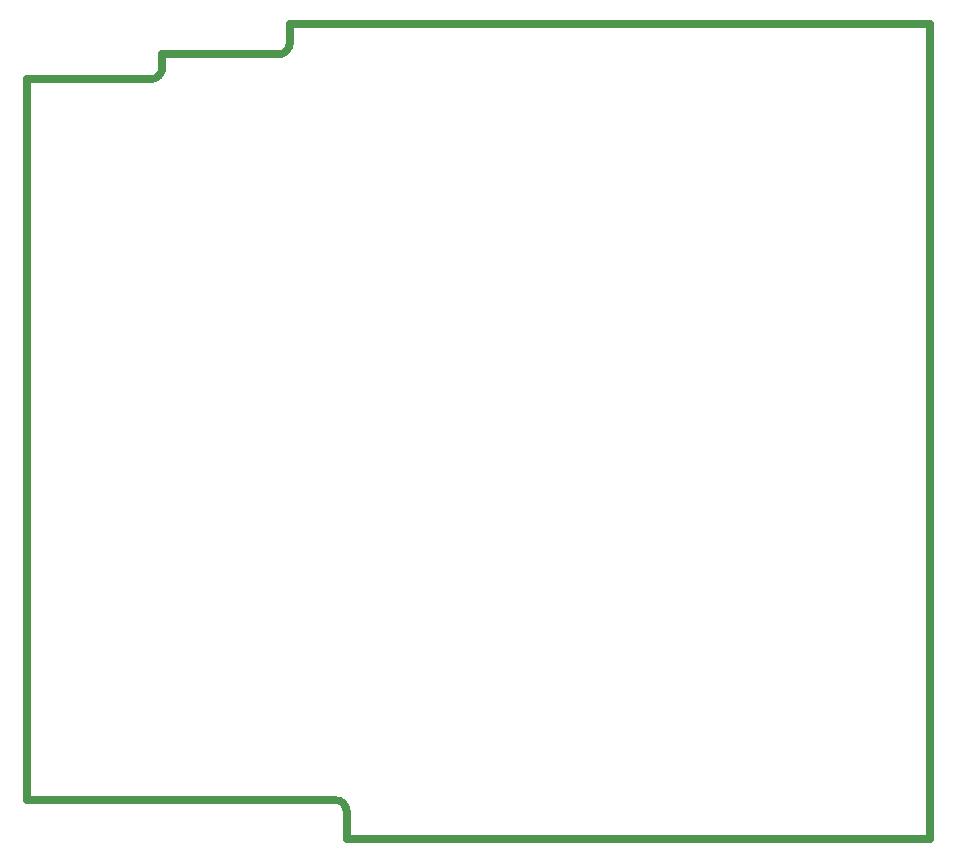
<source format=gm1>
%FSLAX25Y25*%
%MOIN*%
G70*
G01*
G75*
G04 Layer_Color=16711935*
%ADD10R,0.03740X0.03937*%
%ADD11R,0.03937X0.03543*%
%ADD12R,0.03937X0.03740*%
%ADD13R,0.05906X0.01772*%
%ADD14R,0.03347X0.01772*%
%ADD15R,0.03347X0.01181*%
%ADD16R,0.02362X0.06102*%
%ADD17R,0.03543X0.03937*%
%ADD18R,0.03543X0.04331*%
%ADD19R,0.01575X0.03543*%
%ADD20R,0.07874X0.02362*%
%ADD21R,0.07087X0.04921*%
%ADD22R,0.03543X0.01575*%
%ADD23O,0.04331X0.01378*%
%ADD24O,0.01378X0.04331*%
%ADD25R,0.16535X0.16535*%
%ADD26R,0.04134X0.02559*%
%ADD27R,0.01181X0.05906*%
%ADD28R,0.05906X0.01181*%
%ADD29C,0.03937*%
%ADD30O,0.03347X0.01181*%
%ADD31O,0.01181X0.03347*%
%ADD32R,0.25000X0.25000*%
%ADD33R,0.08661X0.06102*%
%ADD34R,0.07008X0.14016*%
%ADD35R,0.05906X0.02165*%
%ADD36R,0.02165X0.05906*%
%ADD37C,0.02520*%
%ADD38R,0.09843X0.06890*%
%ADD39R,0.01181X0.03347*%
%ADD40R,0.08465X0.03740*%
%ADD41R,0.08465X0.12795*%
%ADD42R,0.04921X0.07087*%
%ADD43R,0.05512X0.04134*%
%ADD44R,0.06102X0.02362*%
%ADD45P,0.05568X4X360.0*%
%ADD46P,0.05568X4X270.0*%
%ADD47R,0.01772X0.05906*%
%ADD48C,0.00600*%
%ADD49C,0.01000*%
%ADD50C,0.01200*%
%ADD51C,0.00800*%
%ADD52C,0.03000*%
%ADD53C,0.01500*%
%ADD54C,0.02000*%
%ADD55C,0.00820*%
%ADD56C,0.04000*%
%ADD57C,0.02400*%
%ADD58C,0.00500*%
%ADD59C,0.06693*%
%ADD60C,0.09449*%
%ADD61C,0.07480*%
%ADD62C,0.17716*%
%ADD63C,0.22835*%
%ADD64C,0.02400*%
%ADD65R,0.08000X0.32000*%
%ADD66R,0.08000X0.08000*%
%ADD67C,0.05137*%
%ADD68C,0.07893*%
%ADD69C,0.05924*%
%ADD70C,0.11830*%
%ADD71C,0.06318*%
%ADD72C,0.02200*%
%ADD73R,0.08000X0.24000*%
%ADD74R,0.08000X0.16000*%
G04:AMPARAMS|DCode=75|XSize=99.37mil|YSize=99.37mil|CornerRadius=0mil|HoleSize=0mil|Usage=FLASHONLY|Rotation=0.000|XOffset=0mil|YOffset=0mil|HoleType=Round|Shape=Relief|Width=30mil|Gap=10mil|Entries=4|*
%AMTHD75*
7,0,0,0.09937,0.07937,0.03000,45*
%
%ADD75THD75*%
%ADD76C,0.02600*%
G04:AMPARAMS|DCode=77|XSize=126.929mil|YSize=126.929mil|CornerRadius=0mil|HoleSize=0mil|Usage=FLASHONLY|Rotation=0.000|XOffset=0mil|YOffset=0mil|HoleType=Round|Shape=Relief|Width=30mil|Gap=10mil|Entries=4|*
%AMTHD77*
7,0,0,0.12693,0.10693,0.03000,45*
%
%ADD77THD77*%
G04:AMPARAMS|DCode=78|XSize=166.299mil|YSize=166.299mil|CornerRadius=0mil|HoleSize=0mil|Usage=FLASHONLY|Rotation=0.000|XOffset=0mil|YOffset=0mil|HoleType=Round|Shape=Relief|Width=30mil|Gap=10mil|Entries=4|*
%AMTHD78*
7,0,0,0.16630,0.14630,0.03000,45*
%
%ADD78THD78*%
%ADD79R,0.06890X0.06102*%
%ADD80R,0.04134X0.05512*%
%ADD81R,0.04528X0.05709*%
%ADD82C,0.04724*%
%ADD83R,0.04528X0.07087*%
%ADD84R,0.05709X0.04528*%
%ADD85R,0.02559X0.04134*%
%ADD86R,0.13583X0.05118*%
%ADD87C,0.01969*%
%ADD88C,0.00984*%
%ADD89C,0.02362*%
%ADD90C,0.00394*%
%ADD91C,0.00787*%
%ADD92C,0.00700*%
%ADD93C,0.00799*%
%ADD94C,0.01181*%
%ADD95R,0.10472X0.10472*%
%ADD96R,0.04540X0.04737*%
%ADD97R,0.04737X0.04343*%
%ADD98R,0.04737X0.04540*%
%ADD99R,0.06706X0.02572*%
%ADD100R,0.04147X0.02572*%
%ADD101R,0.04147X0.01981*%
%ADD102R,0.03162X0.06902*%
%ADD103R,0.04343X0.04737*%
%ADD104R,0.04343X0.05131*%
%ADD105R,0.02375X0.04343*%
%ADD106R,0.08674X0.03162*%
%ADD107R,0.07887X0.05721*%
%ADD108R,0.04343X0.02375*%
%ADD109O,0.05131X0.02178*%
%ADD110O,0.02178X0.05131*%
%ADD111R,0.17335X0.17335*%
%ADD112R,0.04934X0.03359*%
%ADD113R,0.01981X0.06706*%
%ADD114R,0.06706X0.01981*%
%ADD115C,0.07874*%
%ADD116O,0.04147X0.01981*%
%ADD117O,0.01981X0.04147*%
%ADD118R,0.25800X0.25800*%
%ADD119R,0.09461X0.06902*%
%ADD120R,0.07808X0.14816*%
%ADD121R,0.06706X0.02965*%
%ADD122R,0.02965X0.06706*%
%ADD123C,0.03320*%
%ADD124R,0.10642X0.07690*%
%ADD125R,0.01981X0.04147*%
%ADD126R,0.09265X0.04540*%
%ADD127R,0.09265X0.13595*%
%ADD128R,0.05721X0.07887*%
%ADD129R,0.06312X0.04934*%
%ADD130R,0.06902X0.03162*%
%ADD131P,0.11136X4X360.0*%
%ADD132P,0.11136X4X270.0*%
%ADD133R,0.02572X0.06706*%
%ADD134C,0.07493*%
%ADD135C,0.10249*%
%ADD136C,0.08280*%
%ADD137C,0.18517*%
%ADD138C,0.23635*%
%ADD139C,0.06299*%
%ADD140R,0.24000X0.22000*%
%ADD141R,0.07690X0.06902*%
%ADD142R,0.04934X0.06312*%
%ADD143R,0.05328X0.06509*%
%ADD144C,0.05524*%
%ADD145R,0.05328X0.07887*%
%ADD146R,0.06509X0.05328*%
%ADD147R,0.03359X0.04934*%
%ADD148R,0.14383X0.05918*%
%ADD149C,0.02500*%
D149*
X-166978Y-119216D02*
G03*
X-170915Y-115279I-3937J0D01*
G01*
X-232332Y124879D02*
G03*
X-228395Y128816I0J3937D01*
G01*
X-189840Y133140D02*
G03*
X-185903Y137077I0J3937D01*
G01*
X-273671Y-115279D02*
Y124879D01*
X-228395Y133147D02*
X-189813D01*
X-166978Y-128271D02*
Y-119216D01*
X-228395Y128816D02*
Y133147D01*
X27510Y-128271D02*
Y143383D01*
X-273671Y-115279D02*
X-170915D01*
X-166978Y-128271D02*
X27510D01*
X-273671Y124879D02*
X-232332D01*
X-185876Y143383D02*
X27510D01*
X-185902Y136840D02*
Y143331D01*
M02*

</source>
